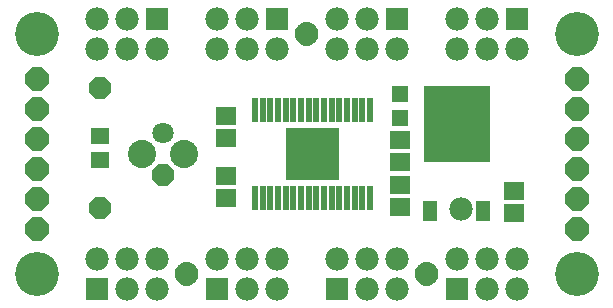
<source format=gbr>
G04 EAGLE Gerber RS-274X export*
G75*
%MOMM*%
%FSLAX34Y34*%
%LPD*%
%INSoldermask Top*%
%IPPOS*%
%AMOC8*
5,1,8,0,0,1.08239X$1,22.5*%
G01*
%ADD10R,0.503200X2.003200*%
%ADD11P,2.034460X8X112.500000*%
%ADD12R,1.600000X1.400000*%
%ADD13C,1.981200*%
%ADD14R,1.981200X1.981200*%
%ADD15C,3.719200*%
%ADD16C,1.203200*%
%ADD17C,0.500000*%
%ADD18R,5.603200X6.403200*%
%ADD19R,1.203200X1.803200*%
%ADD20P,2.144431X8X22.500000*%
%ADD21R,1.703200X1.503200*%
%ADD22P,1.951982X8X292.500000*%
%ADD23C,1.803400*%
%ADD24R,1.403200X1.403200*%
%ADD25C,2.387600*%

G36*
X281145Y105377D02*
X281145Y105377D01*
X281211Y105379D01*
X281254Y105397D01*
X281301Y105405D01*
X281358Y105439D01*
X281418Y105464D01*
X281453Y105495D01*
X281494Y105520D01*
X281536Y105571D01*
X281584Y105615D01*
X281606Y105657D01*
X281635Y105694D01*
X281656Y105756D01*
X281687Y105815D01*
X281695Y105869D01*
X281707Y105906D01*
X281706Y105946D01*
X281714Y106000D01*
X281714Y148000D01*
X281703Y148065D01*
X281701Y148131D01*
X281683Y148174D01*
X281675Y148221D01*
X281641Y148278D01*
X281616Y148338D01*
X281585Y148373D01*
X281560Y148414D01*
X281509Y148456D01*
X281465Y148504D01*
X281423Y148526D01*
X281386Y148555D01*
X281324Y148576D01*
X281265Y148607D01*
X281211Y148615D01*
X281174Y148627D01*
X281134Y148626D01*
X281080Y148634D01*
X237080Y148634D01*
X237015Y148623D01*
X236949Y148621D01*
X236906Y148603D01*
X236859Y148595D01*
X236802Y148561D01*
X236742Y148536D01*
X236707Y148505D01*
X236666Y148480D01*
X236625Y148429D01*
X236576Y148385D01*
X236554Y148343D01*
X236525Y148306D01*
X236504Y148244D01*
X236473Y148185D01*
X236465Y148131D01*
X236453Y148094D01*
X236454Y148054D01*
X236446Y148000D01*
X236446Y106000D01*
X236457Y105935D01*
X236459Y105869D01*
X236477Y105826D01*
X236485Y105779D01*
X236519Y105722D01*
X236544Y105662D01*
X236575Y105627D01*
X236600Y105586D01*
X236651Y105545D01*
X236695Y105496D01*
X236737Y105474D01*
X236774Y105445D01*
X236836Y105424D01*
X236895Y105393D01*
X236949Y105385D01*
X236986Y105373D01*
X237026Y105374D01*
X237080Y105366D01*
X281080Y105366D01*
X281145Y105377D01*
G37*
D10*
X210330Y89500D03*
X216830Y89500D03*
X223330Y89500D03*
X229830Y89500D03*
X236330Y89500D03*
X242830Y89500D03*
X249330Y89500D03*
X255830Y89500D03*
X262330Y89500D03*
X268830Y89500D03*
X275330Y89500D03*
X281830Y89500D03*
X288330Y89500D03*
X294830Y89500D03*
X301330Y89500D03*
X307830Y89500D03*
X307830Y164500D03*
X301330Y164500D03*
X294830Y164500D03*
X288330Y164500D03*
X281830Y164500D03*
X275330Y164500D03*
X268830Y164500D03*
X262330Y164500D03*
X255830Y164500D03*
X249330Y164500D03*
X242830Y164500D03*
X236330Y164500D03*
X229830Y164500D03*
X223330Y164500D03*
X216830Y164500D03*
X210330Y164500D03*
D11*
X78740Y81280D03*
X78740Y182880D03*
D12*
X78740Y121826D03*
X78740Y142334D03*
D13*
X76200Y38100D03*
X101600Y38100D03*
X127000Y38100D03*
D14*
X76200Y12700D03*
D13*
X101600Y12700D03*
X127000Y12700D03*
X177800Y38100D03*
X203200Y38100D03*
X228600Y38100D03*
D14*
X177800Y12700D03*
D13*
X203200Y12700D03*
X228600Y12700D03*
X279400Y38100D03*
X304800Y38100D03*
X330200Y38100D03*
D14*
X279400Y12700D03*
D13*
X304800Y12700D03*
X330200Y12700D03*
X381000Y38100D03*
X406400Y38100D03*
X431800Y38100D03*
D14*
X381000Y12700D03*
D13*
X406400Y12700D03*
X431800Y12700D03*
D15*
X25400Y228600D03*
X482600Y228600D03*
X25400Y25400D03*
X482600Y25400D03*
D16*
X152400Y25400D03*
D17*
X152400Y32900D02*
X152219Y32898D01*
X152038Y32891D01*
X151857Y32880D01*
X151676Y32865D01*
X151496Y32845D01*
X151316Y32821D01*
X151137Y32793D01*
X150959Y32760D01*
X150782Y32723D01*
X150605Y32682D01*
X150430Y32637D01*
X150255Y32587D01*
X150082Y32533D01*
X149911Y32475D01*
X149740Y32413D01*
X149572Y32346D01*
X149405Y32276D01*
X149239Y32202D01*
X149076Y32123D01*
X148915Y32041D01*
X148755Y31955D01*
X148598Y31865D01*
X148443Y31771D01*
X148290Y31674D01*
X148140Y31572D01*
X147992Y31468D01*
X147846Y31359D01*
X147704Y31248D01*
X147564Y31132D01*
X147427Y31014D01*
X147292Y30892D01*
X147161Y30767D01*
X147033Y30639D01*
X146908Y30508D01*
X146786Y30373D01*
X146668Y30236D01*
X146552Y30096D01*
X146441Y29954D01*
X146332Y29808D01*
X146228Y29660D01*
X146126Y29510D01*
X146029Y29357D01*
X145935Y29202D01*
X145845Y29045D01*
X145759Y28885D01*
X145677Y28724D01*
X145598Y28561D01*
X145524Y28395D01*
X145454Y28228D01*
X145387Y28060D01*
X145325Y27889D01*
X145267Y27718D01*
X145213Y27545D01*
X145163Y27370D01*
X145118Y27195D01*
X145077Y27018D01*
X145040Y26841D01*
X145007Y26663D01*
X144979Y26484D01*
X144955Y26304D01*
X144935Y26124D01*
X144920Y25943D01*
X144909Y25762D01*
X144902Y25581D01*
X144900Y25400D01*
X152400Y32900D02*
X152581Y32898D01*
X152762Y32891D01*
X152943Y32880D01*
X153124Y32865D01*
X153304Y32845D01*
X153484Y32821D01*
X153663Y32793D01*
X153841Y32760D01*
X154018Y32723D01*
X154195Y32682D01*
X154370Y32637D01*
X154545Y32587D01*
X154718Y32533D01*
X154889Y32475D01*
X155060Y32413D01*
X155228Y32346D01*
X155395Y32276D01*
X155561Y32202D01*
X155724Y32123D01*
X155885Y32041D01*
X156045Y31955D01*
X156202Y31865D01*
X156357Y31771D01*
X156510Y31674D01*
X156660Y31572D01*
X156808Y31468D01*
X156954Y31359D01*
X157096Y31248D01*
X157236Y31132D01*
X157373Y31014D01*
X157508Y30892D01*
X157639Y30767D01*
X157767Y30639D01*
X157892Y30508D01*
X158014Y30373D01*
X158132Y30236D01*
X158248Y30096D01*
X158359Y29954D01*
X158468Y29808D01*
X158572Y29660D01*
X158674Y29510D01*
X158771Y29357D01*
X158865Y29202D01*
X158955Y29045D01*
X159041Y28885D01*
X159123Y28724D01*
X159202Y28561D01*
X159276Y28395D01*
X159346Y28228D01*
X159413Y28060D01*
X159475Y27889D01*
X159533Y27718D01*
X159587Y27545D01*
X159637Y27370D01*
X159682Y27195D01*
X159723Y27018D01*
X159760Y26841D01*
X159793Y26663D01*
X159821Y26484D01*
X159845Y26304D01*
X159865Y26124D01*
X159880Y25943D01*
X159891Y25762D01*
X159898Y25581D01*
X159900Y25400D01*
X159898Y25219D01*
X159891Y25038D01*
X159880Y24857D01*
X159865Y24676D01*
X159845Y24496D01*
X159821Y24316D01*
X159793Y24137D01*
X159760Y23959D01*
X159723Y23782D01*
X159682Y23605D01*
X159637Y23430D01*
X159587Y23255D01*
X159533Y23082D01*
X159475Y22911D01*
X159413Y22740D01*
X159346Y22572D01*
X159276Y22405D01*
X159202Y22239D01*
X159123Y22076D01*
X159041Y21915D01*
X158955Y21755D01*
X158865Y21598D01*
X158771Y21443D01*
X158674Y21290D01*
X158572Y21140D01*
X158468Y20992D01*
X158359Y20846D01*
X158248Y20704D01*
X158132Y20564D01*
X158014Y20427D01*
X157892Y20292D01*
X157767Y20161D01*
X157639Y20033D01*
X157508Y19908D01*
X157373Y19786D01*
X157236Y19668D01*
X157096Y19552D01*
X156954Y19441D01*
X156808Y19332D01*
X156660Y19228D01*
X156510Y19126D01*
X156357Y19029D01*
X156202Y18935D01*
X156045Y18845D01*
X155885Y18759D01*
X155724Y18677D01*
X155561Y18598D01*
X155395Y18524D01*
X155228Y18454D01*
X155060Y18387D01*
X154889Y18325D01*
X154718Y18267D01*
X154545Y18213D01*
X154370Y18163D01*
X154195Y18118D01*
X154018Y18077D01*
X153841Y18040D01*
X153663Y18007D01*
X153484Y17979D01*
X153304Y17955D01*
X153124Y17935D01*
X152943Y17920D01*
X152762Y17909D01*
X152581Y17902D01*
X152400Y17900D01*
X152219Y17902D01*
X152038Y17909D01*
X151857Y17920D01*
X151676Y17935D01*
X151496Y17955D01*
X151316Y17979D01*
X151137Y18007D01*
X150959Y18040D01*
X150782Y18077D01*
X150605Y18118D01*
X150430Y18163D01*
X150255Y18213D01*
X150082Y18267D01*
X149911Y18325D01*
X149740Y18387D01*
X149572Y18454D01*
X149405Y18524D01*
X149239Y18598D01*
X149076Y18677D01*
X148915Y18759D01*
X148755Y18845D01*
X148598Y18935D01*
X148443Y19029D01*
X148290Y19126D01*
X148140Y19228D01*
X147992Y19332D01*
X147846Y19441D01*
X147704Y19552D01*
X147564Y19668D01*
X147427Y19786D01*
X147292Y19908D01*
X147161Y20033D01*
X147033Y20161D01*
X146908Y20292D01*
X146786Y20427D01*
X146668Y20564D01*
X146552Y20704D01*
X146441Y20846D01*
X146332Y20992D01*
X146228Y21140D01*
X146126Y21290D01*
X146029Y21443D01*
X145935Y21598D01*
X145845Y21755D01*
X145759Y21915D01*
X145677Y22076D01*
X145598Y22239D01*
X145524Y22405D01*
X145454Y22572D01*
X145387Y22740D01*
X145325Y22911D01*
X145267Y23082D01*
X145213Y23255D01*
X145163Y23430D01*
X145118Y23605D01*
X145077Y23782D01*
X145040Y23959D01*
X145007Y24137D01*
X144979Y24316D01*
X144955Y24496D01*
X144935Y24676D01*
X144920Y24857D01*
X144909Y25038D01*
X144902Y25219D01*
X144900Y25400D01*
D16*
X254000Y228600D03*
D17*
X254000Y236100D02*
X253819Y236098D01*
X253638Y236091D01*
X253457Y236080D01*
X253276Y236065D01*
X253096Y236045D01*
X252916Y236021D01*
X252737Y235993D01*
X252559Y235960D01*
X252382Y235923D01*
X252205Y235882D01*
X252030Y235837D01*
X251855Y235787D01*
X251682Y235733D01*
X251511Y235675D01*
X251340Y235613D01*
X251172Y235546D01*
X251005Y235476D01*
X250839Y235402D01*
X250676Y235323D01*
X250515Y235241D01*
X250355Y235155D01*
X250198Y235065D01*
X250043Y234971D01*
X249890Y234874D01*
X249740Y234772D01*
X249592Y234668D01*
X249446Y234559D01*
X249304Y234448D01*
X249164Y234332D01*
X249027Y234214D01*
X248892Y234092D01*
X248761Y233967D01*
X248633Y233839D01*
X248508Y233708D01*
X248386Y233573D01*
X248268Y233436D01*
X248152Y233296D01*
X248041Y233154D01*
X247932Y233008D01*
X247828Y232860D01*
X247726Y232710D01*
X247629Y232557D01*
X247535Y232402D01*
X247445Y232245D01*
X247359Y232085D01*
X247277Y231924D01*
X247198Y231761D01*
X247124Y231595D01*
X247054Y231428D01*
X246987Y231260D01*
X246925Y231089D01*
X246867Y230918D01*
X246813Y230745D01*
X246763Y230570D01*
X246718Y230395D01*
X246677Y230218D01*
X246640Y230041D01*
X246607Y229863D01*
X246579Y229684D01*
X246555Y229504D01*
X246535Y229324D01*
X246520Y229143D01*
X246509Y228962D01*
X246502Y228781D01*
X246500Y228600D01*
X254000Y236100D02*
X254181Y236098D01*
X254362Y236091D01*
X254543Y236080D01*
X254724Y236065D01*
X254904Y236045D01*
X255084Y236021D01*
X255263Y235993D01*
X255441Y235960D01*
X255618Y235923D01*
X255795Y235882D01*
X255970Y235837D01*
X256145Y235787D01*
X256318Y235733D01*
X256489Y235675D01*
X256660Y235613D01*
X256828Y235546D01*
X256995Y235476D01*
X257161Y235402D01*
X257324Y235323D01*
X257485Y235241D01*
X257645Y235155D01*
X257802Y235065D01*
X257957Y234971D01*
X258110Y234874D01*
X258260Y234772D01*
X258408Y234668D01*
X258554Y234559D01*
X258696Y234448D01*
X258836Y234332D01*
X258973Y234214D01*
X259108Y234092D01*
X259239Y233967D01*
X259367Y233839D01*
X259492Y233708D01*
X259614Y233573D01*
X259732Y233436D01*
X259848Y233296D01*
X259959Y233154D01*
X260068Y233008D01*
X260172Y232860D01*
X260274Y232710D01*
X260371Y232557D01*
X260465Y232402D01*
X260555Y232245D01*
X260641Y232085D01*
X260723Y231924D01*
X260802Y231761D01*
X260876Y231595D01*
X260946Y231428D01*
X261013Y231260D01*
X261075Y231089D01*
X261133Y230918D01*
X261187Y230745D01*
X261237Y230570D01*
X261282Y230395D01*
X261323Y230218D01*
X261360Y230041D01*
X261393Y229863D01*
X261421Y229684D01*
X261445Y229504D01*
X261465Y229324D01*
X261480Y229143D01*
X261491Y228962D01*
X261498Y228781D01*
X261500Y228600D01*
X261498Y228419D01*
X261491Y228238D01*
X261480Y228057D01*
X261465Y227876D01*
X261445Y227696D01*
X261421Y227516D01*
X261393Y227337D01*
X261360Y227159D01*
X261323Y226982D01*
X261282Y226805D01*
X261237Y226630D01*
X261187Y226455D01*
X261133Y226282D01*
X261075Y226111D01*
X261013Y225940D01*
X260946Y225772D01*
X260876Y225605D01*
X260802Y225439D01*
X260723Y225276D01*
X260641Y225115D01*
X260555Y224955D01*
X260465Y224798D01*
X260371Y224643D01*
X260274Y224490D01*
X260172Y224340D01*
X260068Y224192D01*
X259959Y224046D01*
X259848Y223904D01*
X259732Y223764D01*
X259614Y223627D01*
X259492Y223492D01*
X259367Y223361D01*
X259239Y223233D01*
X259108Y223108D01*
X258973Y222986D01*
X258836Y222868D01*
X258696Y222752D01*
X258554Y222641D01*
X258408Y222532D01*
X258260Y222428D01*
X258110Y222326D01*
X257957Y222229D01*
X257802Y222135D01*
X257645Y222045D01*
X257485Y221959D01*
X257324Y221877D01*
X257161Y221798D01*
X256995Y221724D01*
X256828Y221654D01*
X256660Y221587D01*
X256489Y221525D01*
X256318Y221467D01*
X256145Y221413D01*
X255970Y221363D01*
X255795Y221318D01*
X255618Y221277D01*
X255441Y221240D01*
X255263Y221207D01*
X255084Y221179D01*
X254904Y221155D01*
X254724Y221135D01*
X254543Y221120D01*
X254362Y221109D01*
X254181Y221102D01*
X254000Y221100D01*
X253819Y221102D01*
X253638Y221109D01*
X253457Y221120D01*
X253276Y221135D01*
X253096Y221155D01*
X252916Y221179D01*
X252737Y221207D01*
X252559Y221240D01*
X252382Y221277D01*
X252205Y221318D01*
X252030Y221363D01*
X251855Y221413D01*
X251682Y221467D01*
X251511Y221525D01*
X251340Y221587D01*
X251172Y221654D01*
X251005Y221724D01*
X250839Y221798D01*
X250676Y221877D01*
X250515Y221959D01*
X250355Y222045D01*
X250198Y222135D01*
X250043Y222229D01*
X249890Y222326D01*
X249740Y222428D01*
X249592Y222532D01*
X249446Y222641D01*
X249304Y222752D01*
X249164Y222868D01*
X249027Y222986D01*
X248892Y223108D01*
X248761Y223233D01*
X248633Y223361D01*
X248508Y223492D01*
X248386Y223627D01*
X248268Y223764D01*
X248152Y223904D01*
X248041Y224046D01*
X247932Y224192D01*
X247828Y224340D01*
X247726Y224490D01*
X247629Y224643D01*
X247535Y224798D01*
X247445Y224955D01*
X247359Y225115D01*
X247277Y225276D01*
X247198Y225439D01*
X247124Y225605D01*
X247054Y225772D01*
X246987Y225940D01*
X246925Y226111D01*
X246867Y226282D01*
X246813Y226455D01*
X246763Y226630D01*
X246718Y226805D01*
X246677Y226982D01*
X246640Y227159D01*
X246607Y227337D01*
X246579Y227516D01*
X246555Y227696D01*
X246535Y227876D01*
X246520Y228057D01*
X246509Y228238D01*
X246502Y228419D01*
X246500Y228600D01*
D16*
X355600Y25400D03*
D17*
X355600Y32900D02*
X355419Y32898D01*
X355238Y32891D01*
X355057Y32880D01*
X354876Y32865D01*
X354696Y32845D01*
X354516Y32821D01*
X354337Y32793D01*
X354159Y32760D01*
X353982Y32723D01*
X353805Y32682D01*
X353630Y32637D01*
X353455Y32587D01*
X353282Y32533D01*
X353111Y32475D01*
X352940Y32413D01*
X352772Y32346D01*
X352605Y32276D01*
X352439Y32202D01*
X352276Y32123D01*
X352115Y32041D01*
X351955Y31955D01*
X351798Y31865D01*
X351643Y31771D01*
X351490Y31674D01*
X351340Y31572D01*
X351192Y31468D01*
X351046Y31359D01*
X350904Y31248D01*
X350764Y31132D01*
X350627Y31014D01*
X350492Y30892D01*
X350361Y30767D01*
X350233Y30639D01*
X350108Y30508D01*
X349986Y30373D01*
X349868Y30236D01*
X349752Y30096D01*
X349641Y29954D01*
X349532Y29808D01*
X349428Y29660D01*
X349326Y29510D01*
X349229Y29357D01*
X349135Y29202D01*
X349045Y29045D01*
X348959Y28885D01*
X348877Y28724D01*
X348798Y28561D01*
X348724Y28395D01*
X348654Y28228D01*
X348587Y28060D01*
X348525Y27889D01*
X348467Y27718D01*
X348413Y27545D01*
X348363Y27370D01*
X348318Y27195D01*
X348277Y27018D01*
X348240Y26841D01*
X348207Y26663D01*
X348179Y26484D01*
X348155Y26304D01*
X348135Y26124D01*
X348120Y25943D01*
X348109Y25762D01*
X348102Y25581D01*
X348100Y25400D01*
X355600Y32900D02*
X355781Y32898D01*
X355962Y32891D01*
X356143Y32880D01*
X356324Y32865D01*
X356504Y32845D01*
X356684Y32821D01*
X356863Y32793D01*
X357041Y32760D01*
X357218Y32723D01*
X357395Y32682D01*
X357570Y32637D01*
X357745Y32587D01*
X357918Y32533D01*
X358089Y32475D01*
X358260Y32413D01*
X358428Y32346D01*
X358595Y32276D01*
X358761Y32202D01*
X358924Y32123D01*
X359085Y32041D01*
X359245Y31955D01*
X359402Y31865D01*
X359557Y31771D01*
X359710Y31674D01*
X359860Y31572D01*
X360008Y31468D01*
X360154Y31359D01*
X360296Y31248D01*
X360436Y31132D01*
X360573Y31014D01*
X360708Y30892D01*
X360839Y30767D01*
X360967Y30639D01*
X361092Y30508D01*
X361214Y30373D01*
X361332Y30236D01*
X361448Y30096D01*
X361559Y29954D01*
X361668Y29808D01*
X361772Y29660D01*
X361874Y29510D01*
X361971Y29357D01*
X362065Y29202D01*
X362155Y29045D01*
X362241Y28885D01*
X362323Y28724D01*
X362402Y28561D01*
X362476Y28395D01*
X362546Y28228D01*
X362613Y28060D01*
X362675Y27889D01*
X362733Y27718D01*
X362787Y27545D01*
X362837Y27370D01*
X362882Y27195D01*
X362923Y27018D01*
X362960Y26841D01*
X362993Y26663D01*
X363021Y26484D01*
X363045Y26304D01*
X363065Y26124D01*
X363080Y25943D01*
X363091Y25762D01*
X363098Y25581D01*
X363100Y25400D01*
X363098Y25219D01*
X363091Y25038D01*
X363080Y24857D01*
X363065Y24676D01*
X363045Y24496D01*
X363021Y24316D01*
X362993Y24137D01*
X362960Y23959D01*
X362923Y23782D01*
X362882Y23605D01*
X362837Y23430D01*
X362787Y23255D01*
X362733Y23082D01*
X362675Y22911D01*
X362613Y22740D01*
X362546Y22572D01*
X362476Y22405D01*
X362402Y22239D01*
X362323Y22076D01*
X362241Y21915D01*
X362155Y21755D01*
X362065Y21598D01*
X361971Y21443D01*
X361874Y21290D01*
X361772Y21140D01*
X361668Y20992D01*
X361559Y20846D01*
X361448Y20704D01*
X361332Y20564D01*
X361214Y20427D01*
X361092Y20292D01*
X360967Y20161D01*
X360839Y20033D01*
X360708Y19908D01*
X360573Y19786D01*
X360436Y19668D01*
X360296Y19552D01*
X360154Y19441D01*
X360008Y19332D01*
X359860Y19228D01*
X359710Y19126D01*
X359557Y19029D01*
X359402Y18935D01*
X359245Y18845D01*
X359085Y18759D01*
X358924Y18677D01*
X358761Y18598D01*
X358595Y18524D01*
X358428Y18454D01*
X358260Y18387D01*
X358089Y18325D01*
X357918Y18267D01*
X357745Y18213D01*
X357570Y18163D01*
X357395Y18118D01*
X357218Y18077D01*
X357041Y18040D01*
X356863Y18007D01*
X356684Y17979D01*
X356504Y17955D01*
X356324Y17935D01*
X356143Y17920D01*
X355962Y17909D01*
X355781Y17902D01*
X355600Y17900D01*
X355419Y17902D01*
X355238Y17909D01*
X355057Y17920D01*
X354876Y17935D01*
X354696Y17955D01*
X354516Y17979D01*
X354337Y18007D01*
X354159Y18040D01*
X353982Y18077D01*
X353805Y18118D01*
X353630Y18163D01*
X353455Y18213D01*
X353282Y18267D01*
X353111Y18325D01*
X352940Y18387D01*
X352772Y18454D01*
X352605Y18524D01*
X352439Y18598D01*
X352276Y18677D01*
X352115Y18759D01*
X351955Y18845D01*
X351798Y18935D01*
X351643Y19029D01*
X351490Y19126D01*
X351340Y19228D01*
X351192Y19332D01*
X351046Y19441D01*
X350904Y19552D01*
X350764Y19668D01*
X350627Y19786D01*
X350492Y19908D01*
X350361Y20033D01*
X350233Y20161D01*
X350108Y20292D01*
X349986Y20427D01*
X349868Y20564D01*
X349752Y20704D01*
X349641Y20846D01*
X349532Y20992D01*
X349428Y21140D01*
X349326Y21290D01*
X349229Y21443D01*
X349135Y21598D01*
X349045Y21755D01*
X348959Y21915D01*
X348877Y22076D01*
X348798Y22239D01*
X348724Y22405D01*
X348654Y22572D01*
X348587Y22740D01*
X348525Y22911D01*
X348467Y23082D01*
X348413Y23255D01*
X348363Y23430D01*
X348318Y23605D01*
X348277Y23782D01*
X348240Y23959D01*
X348207Y24137D01*
X348179Y24316D01*
X348155Y24496D01*
X348135Y24676D01*
X348120Y24857D01*
X348109Y25038D01*
X348102Y25219D01*
X348100Y25400D01*
D18*
X381000Y152000D03*
D19*
X358200Y79000D03*
X403800Y79000D03*
D20*
X25400Y190500D03*
X25400Y165100D03*
X25400Y139700D03*
X25400Y114300D03*
X25400Y88900D03*
X25400Y63500D03*
D21*
X185420Y159360D03*
X185420Y140360D03*
X332740Y81940D03*
X332740Y100940D03*
X429260Y76860D03*
X429260Y95860D03*
D22*
X132080Y109220D03*
D23*
X132080Y144780D03*
D20*
X482600Y190500D03*
X482600Y165100D03*
X482600Y139700D03*
X482600Y114300D03*
X482600Y88900D03*
X482600Y63500D03*
D24*
X332740Y157140D03*
X332740Y178140D03*
D21*
X332740Y120040D03*
X332740Y139040D03*
D13*
X431800Y215900D03*
X406400Y215900D03*
X381000Y215900D03*
D14*
X431800Y241300D03*
D13*
X406400Y241300D03*
X381000Y241300D03*
X330200Y215900D03*
X304800Y215900D03*
X279400Y215900D03*
D14*
X330200Y241300D03*
D13*
X304800Y241300D03*
X279400Y241300D03*
X228600Y215900D03*
X203200Y215900D03*
X177800Y215900D03*
D14*
X228600Y241300D03*
D13*
X203200Y241300D03*
X177800Y241300D03*
X127000Y215900D03*
X101600Y215900D03*
X76200Y215900D03*
D14*
X127000Y241300D03*
D13*
X101600Y241300D03*
X76200Y241300D03*
D21*
X185420Y89560D03*
X185420Y108560D03*
D25*
X150080Y127000D03*
X115080Y127000D03*
D13*
X384810Y80010D03*
M02*

</source>
